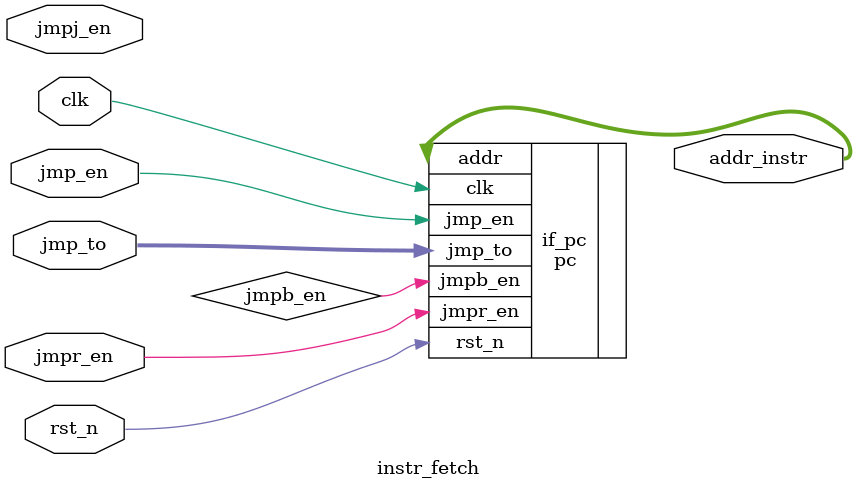
<source format=v>


module instr_fetch(

	input 				clk,
	input				rst_n,
	input				jmp_en		,
	input				jmpr_en		,
	input				jmpj_en		,

	input  [31:0]		jmp_to		,

	output [31:0] 		addr_instr	
	
);


	pc if_pc(
		.clk(clk)			,
		.rst_n(rst_n)		,
		.jmp_en	(jmp_en	)	,
		.jmpr_en(jmpr_en)	,
		.jmpb_en(jmpb_en)	,
		.jmp_to	(jmp_to	)	,
		.addr(addr_instr)
	);

endmodule
</source>
